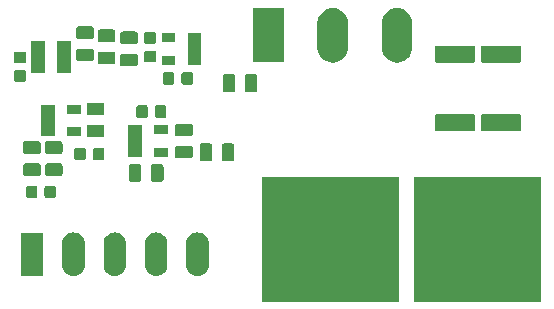
<source format=gts>
G04 #@! TF.GenerationSoftware,KiCad,Pcbnew,(5.1.2)-2*
G04 #@! TF.CreationDate,2021-03-22T02:30:38-04:00*
G04 #@! TF.ProjectId,Repowered_Electronic_Load_Module,5265706f-7765-4726-9564-5f456c656374,rev?*
G04 #@! TF.SameCoordinates,Original*
G04 #@! TF.FileFunction,Soldermask,Top*
G04 #@! TF.FilePolarity,Negative*
%FSLAX46Y46*%
G04 Gerber Fmt 4.6, Leading zero omitted, Abs format (unit mm)*
G04 Created by KiCad (PCBNEW (5.1.2)-2) date 2021-03-22 02:30:38*
%MOMM*%
%LPD*%
G04 APERTURE LIST*
%ADD10C,0.100000*%
G04 APERTURE END LIST*
D10*
G36*
X137500000Y-75000000D02*
G01*
X126825000Y-75000000D01*
X126825000Y-64500000D01*
X137500000Y-64500000D01*
X137500000Y-75000000D01*
G37*
X137500000Y-75000000D02*
X126825000Y-75000000D01*
X126825000Y-64500000D01*
X137500000Y-64500000D01*
X137500000Y-75000000D01*
G36*
X125475000Y-75000000D02*
G01*
X114000000Y-75000000D01*
X114000000Y-64500000D01*
X125475000Y-64500000D01*
X125475000Y-75000000D01*
G37*
X125475000Y-75000000D02*
X114000000Y-75000000D01*
X114000000Y-64500000D01*
X125475000Y-64500000D01*
X125475000Y-75000000D01*
G36*
X132998156Y-65922794D02*
G01*
X133719140Y-66066206D01*
X134510972Y-66394193D01*
X135223601Y-66870357D01*
X135829643Y-67476399D01*
X136305807Y-68189028D01*
X136633794Y-68980860D01*
X136760747Y-69619097D01*
X136793609Y-69784304D01*
X136801000Y-69821464D01*
X136801000Y-70678536D01*
X136633794Y-71519140D01*
X136305807Y-72310972D01*
X135829643Y-73023601D01*
X135223601Y-73629643D01*
X134510972Y-74105807D01*
X133719140Y-74433794D01*
X132998156Y-74577206D01*
X132878537Y-74601000D01*
X132021463Y-74601000D01*
X131901844Y-74577206D01*
X131180860Y-74433794D01*
X130389028Y-74105807D01*
X129676399Y-73629643D01*
X129070357Y-73023601D01*
X128594193Y-72310972D01*
X128266206Y-71519140D01*
X128099000Y-70678536D01*
X128099000Y-69821464D01*
X128106392Y-69784304D01*
X128139253Y-69619097D01*
X128266206Y-68980860D01*
X128594193Y-68189028D01*
X129070357Y-67476399D01*
X129676399Y-66870357D01*
X130389028Y-66394193D01*
X131180860Y-66066206D01*
X131901844Y-65922794D01*
X132021463Y-65899000D01*
X132878537Y-65899000D01*
X132998156Y-65922794D01*
X132998156Y-65922794D01*
G37*
G36*
X120298156Y-65922794D02*
G01*
X121019140Y-66066206D01*
X121810972Y-66394193D01*
X122523601Y-66870357D01*
X123129643Y-67476399D01*
X123605807Y-68189028D01*
X123933794Y-68980860D01*
X124060747Y-69619097D01*
X124093609Y-69784304D01*
X124101000Y-69821464D01*
X124101000Y-70678536D01*
X123933794Y-71519140D01*
X123605807Y-72310972D01*
X123129643Y-73023601D01*
X122523601Y-73629643D01*
X121810972Y-74105807D01*
X121019140Y-74433794D01*
X120298156Y-74577206D01*
X120178537Y-74601000D01*
X119321463Y-74601000D01*
X119201844Y-74577206D01*
X118480860Y-74433794D01*
X117689028Y-74105807D01*
X116976399Y-73629643D01*
X116370357Y-73023601D01*
X115894193Y-72310972D01*
X115566206Y-71519140D01*
X115399000Y-70678536D01*
X115399000Y-69821464D01*
X115406392Y-69784304D01*
X115439253Y-69619097D01*
X115566206Y-68980860D01*
X115894193Y-68189028D01*
X116370357Y-67476399D01*
X116976399Y-66870357D01*
X117689028Y-66394193D01*
X118480860Y-66066206D01*
X119201844Y-65922794D01*
X119321463Y-65899000D01*
X120178537Y-65899000D01*
X120298156Y-65922794D01*
X120298156Y-65922794D01*
G37*
G36*
X108686424Y-69212760D02*
G01*
X108686427Y-69212761D01*
X108686428Y-69212761D01*
X108865692Y-69267140D01*
X108865695Y-69267142D01*
X108865696Y-69267142D01*
X109030903Y-69355446D01*
X109175712Y-69474288D01*
X109294554Y-69619097D01*
X109363988Y-69749000D01*
X109382860Y-69784307D01*
X109437239Y-69963571D01*
X109437240Y-69963575D01*
X109451000Y-70103282D01*
X109451000Y-71996718D01*
X109437240Y-72136425D01*
X109437239Y-72136428D01*
X109437239Y-72136429D01*
X109382860Y-72315693D01*
X109382858Y-72315696D01*
X109382858Y-72315697D01*
X109294554Y-72480903D01*
X109175712Y-72625712D01*
X109030903Y-72744554D01*
X108883425Y-72823382D01*
X108865693Y-72832860D01*
X108686429Y-72887239D01*
X108686428Y-72887239D01*
X108686425Y-72887240D01*
X108500000Y-72905601D01*
X108313576Y-72887240D01*
X108313573Y-72887239D01*
X108313572Y-72887239D01*
X108134308Y-72832860D01*
X108116576Y-72823382D01*
X107969098Y-72744554D01*
X107824289Y-72625712D01*
X107705447Y-72480903D01*
X107617143Y-72315697D01*
X107617143Y-72315696D01*
X107617141Y-72315693D01*
X107562762Y-72136429D01*
X107562762Y-72136428D01*
X107562761Y-72136425D01*
X107549000Y-71996717D01*
X107549000Y-70103283D01*
X107562760Y-69963576D01*
X107562761Y-69963572D01*
X107617140Y-69784308D01*
X107617143Y-69784303D01*
X107705446Y-69619097D01*
X107824288Y-69474288D01*
X107969097Y-69355446D01*
X108134303Y-69267142D01*
X108134304Y-69267142D01*
X108134307Y-69267140D01*
X108313571Y-69212761D01*
X108313572Y-69212761D01*
X108313575Y-69212760D01*
X108500000Y-69194399D01*
X108686424Y-69212760D01*
X108686424Y-69212760D01*
G37*
G36*
X105186424Y-69212760D02*
G01*
X105186427Y-69212761D01*
X105186428Y-69212761D01*
X105365692Y-69267140D01*
X105365695Y-69267142D01*
X105365696Y-69267142D01*
X105530903Y-69355446D01*
X105675712Y-69474288D01*
X105794554Y-69619097D01*
X105863988Y-69749000D01*
X105882860Y-69784307D01*
X105937239Y-69963571D01*
X105937240Y-69963575D01*
X105951000Y-70103282D01*
X105951000Y-71996718D01*
X105937240Y-72136425D01*
X105937239Y-72136428D01*
X105937239Y-72136429D01*
X105882860Y-72315693D01*
X105882858Y-72315696D01*
X105882858Y-72315697D01*
X105794554Y-72480903D01*
X105675712Y-72625712D01*
X105530903Y-72744554D01*
X105383425Y-72823382D01*
X105365693Y-72832860D01*
X105186429Y-72887239D01*
X105186428Y-72887239D01*
X105186425Y-72887240D01*
X105000000Y-72905601D01*
X104813576Y-72887240D01*
X104813573Y-72887239D01*
X104813572Y-72887239D01*
X104634308Y-72832860D01*
X104616576Y-72823382D01*
X104469098Y-72744554D01*
X104324289Y-72625712D01*
X104205447Y-72480903D01*
X104117143Y-72315697D01*
X104117143Y-72315696D01*
X104117141Y-72315693D01*
X104062762Y-72136429D01*
X104062762Y-72136428D01*
X104062761Y-72136425D01*
X104049000Y-71996717D01*
X104049000Y-70103283D01*
X104062760Y-69963576D01*
X104062761Y-69963572D01*
X104117140Y-69784308D01*
X104117143Y-69784303D01*
X104205446Y-69619097D01*
X104324288Y-69474288D01*
X104469097Y-69355446D01*
X104634303Y-69267142D01*
X104634304Y-69267142D01*
X104634307Y-69267140D01*
X104813571Y-69212761D01*
X104813572Y-69212761D01*
X104813575Y-69212760D01*
X105000000Y-69194399D01*
X105186424Y-69212760D01*
X105186424Y-69212760D01*
G37*
G36*
X101686424Y-69212760D02*
G01*
X101686427Y-69212761D01*
X101686428Y-69212761D01*
X101865692Y-69267140D01*
X101865695Y-69267142D01*
X101865696Y-69267142D01*
X102030903Y-69355446D01*
X102175712Y-69474288D01*
X102294554Y-69619097D01*
X102363988Y-69749000D01*
X102382860Y-69784307D01*
X102437239Y-69963571D01*
X102437240Y-69963575D01*
X102451000Y-70103282D01*
X102451000Y-71996718D01*
X102437240Y-72136425D01*
X102437239Y-72136428D01*
X102437239Y-72136429D01*
X102382860Y-72315693D01*
X102382858Y-72315696D01*
X102382858Y-72315697D01*
X102294554Y-72480903D01*
X102175712Y-72625712D01*
X102030903Y-72744554D01*
X101883425Y-72823382D01*
X101865693Y-72832860D01*
X101686429Y-72887239D01*
X101686428Y-72887239D01*
X101686425Y-72887240D01*
X101500000Y-72905601D01*
X101313576Y-72887240D01*
X101313573Y-72887239D01*
X101313572Y-72887239D01*
X101134308Y-72832860D01*
X101116576Y-72823382D01*
X100969098Y-72744554D01*
X100824289Y-72625712D01*
X100705447Y-72480903D01*
X100617143Y-72315697D01*
X100617143Y-72315696D01*
X100617141Y-72315693D01*
X100562762Y-72136429D01*
X100562762Y-72136428D01*
X100562761Y-72136425D01*
X100549000Y-71996717D01*
X100549000Y-70103283D01*
X100562760Y-69963576D01*
X100562761Y-69963572D01*
X100617140Y-69784308D01*
X100617143Y-69784303D01*
X100705446Y-69619097D01*
X100824288Y-69474288D01*
X100969097Y-69355446D01*
X101134303Y-69267142D01*
X101134304Y-69267142D01*
X101134307Y-69267140D01*
X101313571Y-69212761D01*
X101313572Y-69212761D01*
X101313575Y-69212760D01*
X101500000Y-69194399D01*
X101686424Y-69212760D01*
X101686424Y-69212760D01*
G37*
G36*
X98186424Y-69212760D02*
G01*
X98186427Y-69212761D01*
X98186428Y-69212761D01*
X98365692Y-69267140D01*
X98365695Y-69267142D01*
X98365696Y-69267142D01*
X98530903Y-69355446D01*
X98675712Y-69474288D01*
X98794554Y-69619097D01*
X98863988Y-69749000D01*
X98882860Y-69784307D01*
X98937239Y-69963571D01*
X98937240Y-69963575D01*
X98951000Y-70103282D01*
X98951000Y-71996718D01*
X98937240Y-72136425D01*
X98937239Y-72136428D01*
X98937239Y-72136429D01*
X98882860Y-72315693D01*
X98882858Y-72315696D01*
X98882858Y-72315697D01*
X98794554Y-72480903D01*
X98675712Y-72625712D01*
X98530903Y-72744554D01*
X98383425Y-72823382D01*
X98365693Y-72832860D01*
X98186429Y-72887239D01*
X98186428Y-72887239D01*
X98186425Y-72887240D01*
X98000000Y-72905601D01*
X97813576Y-72887240D01*
X97813573Y-72887239D01*
X97813572Y-72887239D01*
X97634308Y-72832860D01*
X97616576Y-72823382D01*
X97469098Y-72744554D01*
X97324289Y-72625712D01*
X97205447Y-72480903D01*
X97117143Y-72315697D01*
X97117143Y-72315696D01*
X97117141Y-72315693D01*
X97062762Y-72136429D01*
X97062762Y-72136428D01*
X97062761Y-72136425D01*
X97049000Y-71996717D01*
X97049000Y-70103283D01*
X97062760Y-69963576D01*
X97062761Y-69963572D01*
X97117140Y-69784308D01*
X97117143Y-69784303D01*
X97205446Y-69619097D01*
X97324288Y-69474288D01*
X97469097Y-69355446D01*
X97634303Y-69267142D01*
X97634304Y-69267142D01*
X97634307Y-69267140D01*
X97813571Y-69212761D01*
X97813572Y-69212761D01*
X97813575Y-69212760D01*
X98000000Y-69194399D01*
X98186424Y-69212760D01*
X98186424Y-69212760D01*
G37*
G36*
X95310915Y-69202934D02*
G01*
X95343424Y-69212795D01*
X95373382Y-69228809D01*
X95399641Y-69250359D01*
X95421191Y-69276618D01*
X95437205Y-69306576D01*
X95447066Y-69339085D01*
X95451000Y-69379029D01*
X95451000Y-72720971D01*
X95447066Y-72760915D01*
X95437205Y-72793424D01*
X95421191Y-72823382D01*
X95399641Y-72849641D01*
X95373382Y-72871191D01*
X95343424Y-72887205D01*
X95310915Y-72897066D01*
X95270971Y-72901000D01*
X93729029Y-72901000D01*
X93689085Y-72897066D01*
X93656576Y-72887205D01*
X93626618Y-72871191D01*
X93600359Y-72849641D01*
X93578809Y-72823382D01*
X93562795Y-72793424D01*
X93552934Y-72760915D01*
X93549000Y-72720971D01*
X93549000Y-69379029D01*
X93552934Y-69339085D01*
X93562795Y-69306576D01*
X93578809Y-69276618D01*
X93600359Y-69250359D01*
X93626618Y-69228809D01*
X93656576Y-69212795D01*
X93689085Y-69202934D01*
X93729029Y-69199000D01*
X95270971Y-69199000D01*
X95310915Y-69202934D01*
X95310915Y-69202934D01*
G37*
G36*
X94804591Y-65228085D02*
G01*
X94838569Y-65238393D01*
X94869890Y-65255134D01*
X94897339Y-65277661D01*
X94919866Y-65305110D01*
X94936607Y-65336431D01*
X94946915Y-65370409D01*
X94951000Y-65411890D01*
X94951000Y-66088110D01*
X94946915Y-66129591D01*
X94936607Y-66163569D01*
X94919866Y-66194890D01*
X94897339Y-66222339D01*
X94869890Y-66244866D01*
X94838569Y-66261607D01*
X94804591Y-66271915D01*
X94763110Y-66276000D01*
X94161890Y-66276000D01*
X94120409Y-66271915D01*
X94086431Y-66261607D01*
X94055110Y-66244866D01*
X94027661Y-66222339D01*
X94005134Y-66194890D01*
X93988393Y-66163569D01*
X93978085Y-66129591D01*
X93974000Y-66088110D01*
X93974000Y-65411890D01*
X93978085Y-65370409D01*
X93988393Y-65336431D01*
X94005134Y-65305110D01*
X94027661Y-65277661D01*
X94055110Y-65255134D01*
X94086431Y-65238393D01*
X94120409Y-65228085D01*
X94161890Y-65224000D01*
X94763110Y-65224000D01*
X94804591Y-65228085D01*
X94804591Y-65228085D01*
G37*
G36*
X96379591Y-65228085D02*
G01*
X96413569Y-65238393D01*
X96444890Y-65255134D01*
X96472339Y-65277661D01*
X96494866Y-65305110D01*
X96511607Y-65336431D01*
X96521915Y-65370409D01*
X96526000Y-65411890D01*
X96526000Y-66088110D01*
X96521915Y-66129591D01*
X96511607Y-66163569D01*
X96494866Y-66194890D01*
X96472339Y-66222339D01*
X96444890Y-66244866D01*
X96413569Y-66261607D01*
X96379591Y-66271915D01*
X96338110Y-66276000D01*
X95736890Y-66276000D01*
X95695409Y-66271915D01*
X95661431Y-66261607D01*
X95630110Y-66244866D01*
X95602661Y-66222339D01*
X95580134Y-66194890D01*
X95563393Y-66163569D01*
X95553085Y-66129591D01*
X95549000Y-66088110D01*
X95549000Y-65411890D01*
X95553085Y-65370409D01*
X95563393Y-65336431D01*
X95580134Y-65305110D01*
X95602661Y-65277661D01*
X95630110Y-65255134D01*
X95661431Y-65238393D01*
X95695409Y-65228085D01*
X95736890Y-65224000D01*
X96338110Y-65224000D01*
X96379591Y-65228085D01*
X96379591Y-65228085D01*
G37*
G36*
X105459468Y-63403565D02*
G01*
X105498138Y-63415296D01*
X105533777Y-63434346D01*
X105565017Y-63459983D01*
X105590654Y-63491223D01*
X105609704Y-63526862D01*
X105621435Y-63565532D01*
X105626000Y-63611888D01*
X105626000Y-64688112D01*
X105621435Y-64734468D01*
X105609704Y-64773138D01*
X105590654Y-64808777D01*
X105565017Y-64840017D01*
X105533777Y-64865654D01*
X105498138Y-64884704D01*
X105459468Y-64896435D01*
X105413112Y-64901000D01*
X104761888Y-64901000D01*
X104715532Y-64896435D01*
X104676862Y-64884704D01*
X104641223Y-64865654D01*
X104609983Y-64840017D01*
X104584346Y-64808777D01*
X104565296Y-64773138D01*
X104553565Y-64734468D01*
X104549000Y-64688112D01*
X104549000Y-63611888D01*
X104553565Y-63565532D01*
X104565296Y-63526862D01*
X104584346Y-63491223D01*
X104609983Y-63459983D01*
X104641223Y-63434346D01*
X104676862Y-63415296D01*
X104715532Y-63403565D01*
X104761888Y-63399000D01*
X105413112Y-63399000D01*
X105459468Y-63403565D01*
X105459468Y-63403565D01*
G37*
G36*
X103584468Y-63403565D02*
G01*
X103623138Y-63415296D01*
X103658777Y-63434346D01*
X103690017Y-63459983D01*
X103715654Y-63491223D01*
X103734704Y-63526862D01*
X103746435Y-63565532D01*
X103751000Y-63611888D01*
X103751000Y-64688112D01*
X103746435Y-64734468D01*
X103734704Y-64773138D01*
X103715654Y-64808777D01*
X103690017Y-64840017D01*
X103658777Y-64865654D01*
X103623138Y-64884704D01*
X103584468Y-64896435D01*
X103538112Y-64901000D01*
X102886888Y-64901000D01*
X102840532Y-64896435D01*
X102801862Y-64884704D01*
X102766223Y-64865654D01*
X102734983Y-64840017D01*
X102709346Y-64808777D01*
X102690296Y-64773138D01*
X102678565Y-64734468D01*
X102674000Y-64688112D01*
X102674000Y-63611888D01*
X102678565Y-63565532D01*
X102690296Y-63526862D01*
X102709346Y-63491223D01*
X102734983Y-63459983D01*
X102766223Y-63434346D01*
X102801862Y-63415296D01*
X102840532Y-63403565D01*
X102886888Y-63399000D01*
X103538112Y-63399000D01*
X103584468Y-63403565D01*
X103584468Y-63403565D01*
G37*
G36*
X96909468Y-63353565D02*
G01*
X96948138Y-63365296D01*
X96983777Y-63384346D01*
X97015017Y-63409983D01*
X97040654Y-63441223D01*
X97059704Y-63476862D01*
X97071435Y-63515532D01*
X97076000Y-63561888D01*
X97076000Y-64213112D01*
X97071435Y-64259468D01*
X97059704Y-64298138D01*
X97040654Y-64333777D01*
X97015017Y-64365017D01*
X96983777Y-64390654D01*
X96948138Y-64409704D01*
X96909468Y-64421435D01*
X96863112Y-64426000D01*
X95786888Y-64426000D01*
X95740532Y-64421435D01*
X95701862Y-64409704D01*
X95666223Y-64390654D01*
X95634983Y-64365017D01*
X95609346Y-64333777D01*
X95590296Y-64298138D01*
X95578565Y-64259468D01*
X95574000Y-64213112D01*
X95574000Y-63561888D01*
X95578565Y-63515532D01*
X95590296Y-63476862D01*
X95609346Y-63441223D01*
X95634983Y-63409983D01*
X95666223Y-63384346D01*
X95701862Y-63365296D01*
X95740532Y-63353565D01*
X95786888Y-63349000D01*
X96863112Y-63349000D01*
X96909468Y-63353565D01*
X96909468Y-63353565D01*
G37*
G36*
X95059468Y-63353565D02*
G01*
X95098138Y-63365296D01*
X95133777Y-63384346D01*
X95165017Y-63409983D01*
X95190654Y-63441223D01*
X95209704Y-63476862D01*
X95221435Y-63515532D01*
X95226000Y-63561888D01*
X95226000Y-64213112D01*
X95221435Y-64259468D01*
X95209704Y-64298138D01*
X95190654Y-64333777D01*
X95165017Y-64365017D01*
X95133777Y-64390654D01*
X95098138Y-64409704D01*
X95059468Y-64421435D01*
X95013112Y-64426000D01*
X93936888Y-64426000D01*
X93890532Y-64421435D01*
X93851862Y-64409704D01*
X93816223Y-64390654D01*
X93784983Y-64365017D01*
X93759346Y-64333777D01*
X93740296Y-64298138D01*
X93728565Y-64259468D01*
X93724000Y-64213112D01*
X93724000Y-63561888D01*
X93728565Y-63515532D01*
X93740296Y-63476862D01*
X93759346Y-63441223D01*
X93784983Y-63409983D01*
X93816223Y-63384346D01*
X93851862Y-63365296D01*
X93890532Y-63353565D01*
X93936888Y-63349000D01*
X95013112Y-63349000D01*
X95059468Y-63353565D01*
X95059468Y-63353565D01*
G37*
G36*
X109584468Y-61653565D02*
G01*
X109623138Y-61665296D01*
X109658777Y-61684346D01*
X109690017Y-61709983D01*
X109715654Y-61741223D01*
X109734704Y-61776862D01*
X109746435Y-61815532D01*
X109751000Y-61861888D01*
X109751000Y-62938112D01*
X109746435Y-62984468D01*
X109734704Y-63023138D01*
X109715654Y-63058777D01*
X109690017Y-63090017D01*
X109658777Y-63115654D01*
X109623138Y-63134704D01*
X109584468Y-63146435D01*
X109538112Y-63151000D01*
X108886888Y-63151000D01*
X108840532Y-63146435D01*
X108801862Y-63134704D01*
X108766223Y-63115654D01*
X108734983Y-63090017D01*
X108709346Y-63058777D01*
X108690296Y-63023138D01*
X108678565Y-62984468D01*
X108674000Y-62938112D01*
X108674000Y-61861888D01*
X108678565Y-61815532D01*
X108690296Y-61776862D01*
X108709346Y-61741223D01*
X108734983Y-61709983D01*
X108766223Y-61684346D01*
X108801862Y-61665296D01*
X108840532Y-61653565D01*
X108886888Y-61649000D01*
X109538112Y-61649000D01*
X109584468Y-61653565D01*
X109584468Y-61653565D01*
G37*
G36*
X111459468Y-61653565D02*
G01*
X111498138Y-61665296D01*
X111533777Y-61684346D01*
X111565017Y-61709983D01*
X111590654Y-61741223D01*
X111609704Y-61776862D01*
X111621435Y-61815532D01*
X111626000Y-61861888D01*
X111626000Y-62938112D01*
X111621435Y-62984468D01*
X111609704Y-63023138D01*
X111590654Y-63058777D01*
X111565017Y-63090017D01*
X111533777Y-63115654D01*
X111498138Y-63134704D01*
X111459468Y-63146435D01*
X111413112Y-63151000D01*
X110761888Y-63151000D01*
X110715532Y-63146435D01*
X110676862Y-63134704D01*
X110641223Y-63115654D01*
X110609983Y-63090017D01*
X110584346Y-63058777D01*
X110565296Y-63023138D01*
X110553565Y-62984468D01*
X110549000Y-62938112D01*
X110549000Y-61861888D01*
X110553565Y-61815532D01*
X110565296Y-61776862D01*
X110584346Y-61741223D01*
X110609983Y-61709983D01*
X110641223Y-61684346D01*
X110676862Y-61665296D01*
X110715532Y-61653565D01*
X110761888Y-61649000D01*
X111413112Y-61649000D01*
X111459468Y-61653565D01*
X111459468Y-61653565D01*
G37*
G36*
X98904591Y-62028085D02*
G01*
X98938569Y-62038393D01*
X98969890Y-62055134D01*
X98997339Y-62077661D01*
X99019866Y-62105110D01*
X99036607Y-62136431D01*
X99046915Y-62170409D01*
X99051000Y-62211890D01*
X99051000Y-62888110D01*
X99046915Y-62929591D01*
X99036607Y-62963569D01*
X99019866Y-62994890D01*
X98997339Y-63022339D01*
X98969890Y-63044866D01*
X98938569Y-63061607D01*
X98904591Y-63071915D01*
X98863110Y-63076000D01*
X98261890Y-63076000D01*
X98220409Y-63071915D01*
X98186431Y-63061607D01*
X98155110Y-63044866D01*
X98127661Y-63022339D01*
X98105134Y-62994890D01*
X98088393Y-62963569D01*
X98078085Y-62929591D01*
X98074000Y-62888110D01*
X98074000Y-62211890D01*
X98078085Y-62170409D01*
X98088393Y-62136431D01*
X98105134Y-62105110D01*
X98127661Y-62077661D01*
X98155110Y-62055134D01*
X98186431Y-62038393D01*
X98220409Y-62028085D01*
X98261890Y-62024000D01*
X98863110Y-62024000D01*
X98904591Y-62028085D01*
X98904591Y-62028085D01*
G37*
G36*
X100479591Y-62028085D02*
G01*
X100513569Y-62038393D01*
X100544890Y-62055134D01*
X100572339Y-62077661D01*
X100594866Y-62105110D01*
X100611607Y-62136431D01*
X100621915Y-62170409D01*
X100626000Y-62211890D01*
X100626000Y-62888110D01*
X100621915Y-62929591D01*
X100611607Y-62963569D01*
X100594866Y-62994890D01*
X100572339Y-63022339D01*
X100544890Y-63044866D01*
X100513569Y-63061607D01*
X100479591Y-63071915D01*
X100438110Y-63076000D01*
X99836890Y-63076000D01*
X99795409Y-63071915D01*
X99761431Y-63061607D01*
X99730110Y-63044866D01*
X99702661Y-63022339D01*
X99680134Y-62994890D01*
X99663393Y-62963569D01*
X99653085Y-62929591D01*
X99649000Y-62888110D01*
X99649000Y-62211890D01*
X99653085Y-62170409D01*
X99663393Y-62136431D01*
X99680134Y-62105110D01*
X99702661Y-62077661D01*
X99730110Y-62055134D01*
X99761431Y-62038393D01*
X99795409Y-62028085D01*
X99836890Y-62024000D01*
X100438110Y-62024000D01*
X100479591Y-62028085D01*
X100479591Y-62028085D01*
G37*
G36*
X107934468Y-61853565D02*
G01*
X107973138Y-61865296D01*
X108008777Y-61884346D01*
X108040017Y-61909983D01*
X108065654Y-61941223D01*
X108084704Y-61976862D01*
X108096435Y-62015532D01*
X108101000Y-62061888D01*
X108101000Y-62713112D01*
X108096435Y-62759468D01*
X108084704Y-62798138D01*
X108065654Y-62833777D01*
X108040017Y-62865017D01*
X108008777Y-62890654D01*
X107973138Y-62909704D01*
X107934468Y-62921435D01*
X107888112Y-62926000D01*
X106811888Y-62926000D01*
X106765532Y-62921435D01*
X106726862Y-62909704D01*
X106691223Y-62890654D01*
X106659983Y-62865017D01*
X106634346Y-62833777D01*
X106615296Y-62798138D01*
X106603565Y-62759468D01*
X106599000Y-62713112D01*
X106599000Y-62061888D01*
X106603565Y-62015532D01*
X106615296Y-61976862D01*
X106634346Y-61941223D01*
X106659983Y-61909983D01*
X106691223Y-61884346D01*
X106726862Y-61865296D01*
X106765532Y-61853565D01*
X106811888Y-61849000D01*
X107888112Y-61849000D01*
X107934468Y-61853565D01*
X107934468Y-61853565D01*
G37*
G36*
X105981000Y-62776000D02*
G01*
X104819000Y-62776000D01*
X104819000Y-62024000D01*
X105981000Y-62024000D01*
X105981000Y-62776000D01*
X105981000Y-62776000D01*
G37*
G36*
X103781000Y-62776000D02*
G01*
X102619000Y-62776000D01*
X102619000Y-60124000D01*
X103781000Y-60124000D01*
X103781000Y-62776000D01*
X103781000Y-62776000D01*
G37*
G36*
X95059468Y-61478565D02*
G01*
X95098138Y-61490296D01*
X95133777Y-61509346D01*
X95165017Y-61534983D01*
X95190654Y-61566223D01*
X95209704Y-61601862D01*
X95221435Y-61640532D01*
X95226000Y-61686888D01*
X95226000Y-62338112D01*
X95221435Y-62384468D01*
X95209704Y-62423138D01*
X95190654Y-62458777D01*
X95165017Y-62490017D01*
X95133777Y-62515654D01*
X95098138Y-62534704D01*
X95059468Y-62546435D01*
X95013112Y-62551000D01*
X93936888Y-62551000D01*
X93890532Y-62546435D01*
X93851862Y-62534704D01*
X93816223Y-62515654D01*
X93784983Y-62490017D01*
X93759346Y-62458777D01*
X93740296Y-62423138D01*
X93728565Y-62384468D01*
X93724000Y-62338112D01*
X93724000Y-61686888D01*
X93728565Y-61640532D01*
X93740296Y-61601862D01*
X93759346Y-61566223D01*
X93784983Y-61534983D01*
X93816223Y-61509346D01*
X93851862Y-61490296D01*
X93890532Y-61478565D01*
X93936888Y-61474000D01*
X95013112Y-61474000D01*
X95059468Y-61478565D01*
X95059468Y-61478565D01*
G37*
G36*
X96909468Y-61478565D02*
G01*
X96948138Y-61490296D01*
X96983777Y-61509346D01*
X97015017Y-61534983D01*
X97040654Y-61566223D01*
X97059704Y-61601862D01*
X97071435Y-61640532D01*
X97076000Y-61686888D01*
X97076000Y-62338112D01*
X97071435Y-62384468D01*
X97059704Y-62423138D01*
X97040654Y-62458777D01*
X97015017Y-62490017D01*
X96983777Y-62515654D01*
X96948138Y-62534704D01*
X96909468Y-62546435D01*
X96863112Y-62551000D01*
X95786888Y-62551000D01*
X95740532Y-62546435D01*
X95701862Y-62534704D01*
X95666223Y-62515654D01*
X95634983Y-62490017D01*
X95609346Y-62458777D01*
X95590296Y-62423138D01*
X95578565Y-62384468D01*
X95574000Y-62338112D01*
X95574000Y-61686888D01*
X95578565Y-61640532D01*
X95590296Y-61601862D01*
X95609346Y-61566223D01*
X95634983Y-61534983D01*
X95666223Y-61509346D01*
X95701862Y-61490296D01*
X95740532Y-61478565D01*
X95786888Y-61474000D01*
X96863112Y-61474000D01*
X96909468Y-61478565D01*
X96909468Y-61478565D01*
G37*
G36*
X100459468Y-60078565D02*
G01*
X100498138Y-60090296D01*
X100533777Y-60109346D01*
X100565017Y-60134983D01*
X100590654Y-60166223D01*
X100609704Y-60201862D01*
X100621435Y-60240532D01*
X100626000Y-60286888D01*
X100626000Y-60938112D01*
X100621435Y-60984468D01*
X100609704Y-61023138D01*
X100590654Y-61058777D01*
X100565017Y-61090017D01*
X100533777Y-61115654D01*
X100498138Y-61134704D01*
X100459468Y-61146435D01*
X100413112Y-61151000D01*
X99336888Y-61151000D01*
X99290532Y-61146435D01*
X99251862Y-61134704D01*
X99216223Y-61115654D01*
X99184983Y-61090017D01*
X99159346Y-61058777D01*
X99140296Y-61023138D01*
X99128565Y-60984468D01*
X99124000Y-60938112D01*
X99124000Y-60286888D01*
X99128565Y-60240532D01*
X99140296Y-60201862D01*
X99159346Y-60166223D01*
X99184983Y-60134983D01*
X99216223Y-60109346D01*
X99251862Y-60090296D01*
X99290532Y-60078565D01*
X99336888Y-60074000D01*
X100413112Y-60074000D01*
X100459468Y-60078565D01*
X100459468Y-60078565D01*
G37*
G36*
X107934468Y-59978565D02*
G01*
X107973138Y-59990296D01*
X108008777Y-60009346D01*
X108040017Y-60034983D01*
X108065654Y-60066223D01*
X108084704Y-60101862D01*
X108096435Y-60140532D01*
X108101000Y-60186888D01*
X108101000Y-60838112D01*
X108096435Y-60884468D01*
X108084704Y-60923138D01*
X108065654Y-60958777D01*
X108040017Y-60990017D01*
X108008777Y-61015654D01*
X107973138Y-61034704D01*
X107934468Y-61046435D01*
X107888112Y-61051000D01*
X106811888Y-61051000D01*
X106765532Y-61046435D01*
X106726862Y-61034704D01*
X106691223Y-61015654D01*
X106659983Y-60990017D01*
X106634346Y-60958777D01*
X106615296Y-60923138D01*
X106603565Y-60884468D01*
X106599000Y-60838112D01*
X106599000Y-60186888D01*
X106603565Y-60140532D01*
X106615296Y-60101862D01*
X106634346Y-60066223D01*
X106659983Y-60034983D01*
X106691223Y-60009346D01*
X106726862Y-59990296D01*
X106765532Y-59978565D01*
X106811888Y-59974000D01*
X107888112Y-59974000D01*
X107934468Y-59978565D01*
X107934468Y-59978565D01*
G37*
G36*
X96456000Y-61026000D02*
G01*
X95294000Y-61026000D01*
X95294000Y-58374000D01*
X96456000Y-58374000D01*
X96456000Y-61026000D01*
X96456000Y-61026000D01*
G37*
G36*
X98656000Y-61026000D02*
G01*
X97494000Y-61026000D01*
X97494000Y-60274000D01*
X98656000Y-60274000D01*
X98656000Y-61026000D01*
X98656000Y-61026000D01*
G37*
G36*
X105981000Y-60876000D02*
G01*
X104819000Y-60876000D01*
X104819000Y-60124000D01*
X105981000Y-60124000D01*
X105981000Y-60876000D01*
X105981000Y-60876000D01*
G37*
G36*
X131872798Y-59178247D02*
G01*
X131908367Y-59189037D01*
X131941139Y-59206554D01*
X131969869Y-59230131D01*
X131993446Y-59258861D01*
X132010963Y-59291633D01*
X132021753Y-59327202D01*
X132026000Y-59370325D01*
X132026000Y-60429675D01*
X132021753Y-60472798D01*
X132010963Y-60508367D01*
X131993446Y-60541139D01*
X131969869Y-60569869D01*
X131941139Y-60593446D01*
X131908367Y-60610963D01*
X131872798Y-60621753D01*
X131829675Y-60626000D01*
X128770325Y-60626000D01*
X128727202Y-60621753D01*
X128691633Y-60610963D01*
X128658861Y-60593446D01*
X128630131Y-60569869D01*
X128606554Y-60541139D01*
X128589037Y-60508367D01*
X128578247Y-60472798D01*
X128574000Y-60429675D01*
X128574000Y-59370325D01*
X128578247Y-59327202D01*
X128589037Y-59291633D01*
X128606554Y-59258861D01*
X128630131Y-59230131D01*
X128658861Y-59206554D01*
X128691633Y-59189037D01*
X128727202Y-59178247D01*
X128770325Y-59174000D01*
X131829675Y-59174000D01*
X131872798Y-59178247D01*
X131872798Y-59178247D01*
G37*
G36*
X135772798Y-59178247D02*
G01*
X135808367Y-59189037D01*
X135841139Y-59206554D01*
X135869869Y-59230131D01*
X135893446Y-59258861D01*
X135910963Y-59291633D01*
X135921753Y-59327202D01*
X135926000Y-59370325D01*
X135926000Y-60429675D01*
X135921753Y-60472798D01*
X135910963Y-60508367D01*
X135893446Y-60541139D01*
X135869869Y-60569869D01*
X135841139Y-60593446D01*
X135808367Y-60610963D01*
X135772798Y-60621753D01*
X135729675Y-60626000D01*
X132670325Y-60626000D01*
X132627202Y-60621753D01*
X132591633Y-60610963D01*
X132558861Y-60593446D01*
X132530131Y-60569869D01*
X132506554Y-60541139D01*
X132489037Y-60508367D01*
X132478247Y-60472798D01*
X132474000Y-60429675D01*
X132474000Y-59370325D01*
X132478247Y-59327202D01*
X132489037Y-59291633D01*
X132506554Y-59258861D01*
X132530131Y-59230131D01*
X132558861Y-59206554D01*
X132591633Y-59189037D01*
X132627202Y-59178247D01*
X132670325Y-59174000D01*
X135729675Y-59174000D01*
X135772798Y-59178247D01*
X135772798Y-59178247D01*
G37*
G36*
X104154591Y-58428085D02*
G01*
X104188569Y-58438393D01*
X104219890Y-58455134D01*
X104247339Y-58477661D01*
X104269866Y-58505110D01*
X104286607Y-58536431D01*
X104296915Y-58570409D01*
X104301000Y-58611890D01*
X104301000Y-59288110D01*
X104296915Y-59329591D01*
X104286607Y-59363569D01*
X104269866Y-59394890D01*
X104247339Y-59422339D01*
X104219890Y-59444866D01*
X104188569Y-59461607D01*
X104154591Y-59471915D01*
X104113110Y-59476000D01*
X103511890Y-59476000D01*
X103470409Y-59471915D01*
X103436431Y-59461607D01*
X103405110Y-59444866D01*
X103377661Y-59422339D01*
X103355134Y-59394890D01*
X103338393Y-59363569D01*
X103328085Y-59329591D01*
X103324000Y-59288110D01*
X103324000Y-58611890D01*
X103328085Y-58570409D01*
X103338393Y-58536431D01*
X103355134Y-58505110D01*
X103377661Y-58477661D01*
X103405110Y-58455134D01*
X103436431Y-58438393D01*
X103470409Y-58428085D01*
X103511890Y-58424000D01*
X104113110Y-58424000D01*
X104154591Y-58428085D01*
X104154591Y-58428085D01*
G37*
G36*
X105729591Y-58428085D02*
G01*
X105763569Y-58438393D01*
X105794890Y-58455134D01*
X105822339Y-58477661D01*
X105844866Y-58505110D01*
X105861607Y-58536431D01*
X105871915Y-58570409D01*
X105876000Y-58611890D01*
X105876000Y-59288110D01*
X105871915Y-59329591D01*
X105861607Y-59363569D01*
X105844866Y-59394890D01*
X105822339Y-59422339D01*
X105794890Y-59444866D01*
X105763569Y-59461607D01*
X105729591Y-59471915D01*
X105688110Y-59476000D01*
X105086890Y-59476000D01*
X105045409Y-59471915D01*
X105011431Y-59461607D01*
X104980110Y-59444866D01*
X104952661Y-59422339D01*
X104930134Y-59394890D01*
X104913393Y-59363569D01*
X104903085Y-59329591D01*
X104899000Y-59288110D01*
X104899000Y-58611890D01*
X104903085Y-58570409D01*
X104913393Y-58536431D01*
X104930134Y-58505110D01*
X104952661Y-58477661D01*
X104980110Y-58455134D01*
X105011431Y-58438393D01*
X105045409Y-58428085D01*
X105086890Y-58424000D01*
X105688110Y-58424000D01*
X105729591Y-58428085D01*
X105729591Y-58428085D01*
G37*
G36*
X100459468Y-58203565D02*
G01*
X100498138Y-58215296D01*
X100533777Y-58234346D01*
X100565017Y-58259983D01*
X100590654Y-58291223D01*
X100609704Y-58326862D01*
X100621435Y-58365532D01*
X100626000Y-58411888D01*
X100626000Y-59063112D01*
X100621435Y-59109468D01*
X100609704Y-59148138D01*
X100590654Y-59183777D01*
X100565017Y-59215017D01*
X100533777Y-59240654D01*
X100498138Y-59259704D01*
X100459468Y-59271435D01*
X100413112Y-59276000D01*
X99336888Y-59276000D01*
X99290532Y-59271435D01*
X99251862Y-59259704D01*
X99216223Y-59240654D01*
X99184983Y-59215017D01*
X99159346Y-59183777D01*
X99140296Y-59148138D01*
X99128565Y-59109468D01*
X99124000Y-59063112D01*
X99124000Y-58411888D01*
X99128565Y-58365532D01*
X99140296Y-58326862D01*
X99159346Y-58291223D01*
X99184983Y-58259983D01*
X99216223Y-58234346D01*
X99251862Y-58215296D01*
X99290532Y-58203565D01*
X99336888Y-58199000D01*
X100413112Y-58199000D01*
X100459468Y-58203565D01*
X100459468Y-58203565D01*
G37*
G36*
X98656000Y-59126000D02*
G01*
X97494000Y-59126000D01*
X97494000Y-58374000D01*
X98656000Y-58374000D01*
X98656000Y-59126000D01*
X98656000Y-59126000D01*
G37*
G36*
X111534468Y-55803565D02*
G01*
X111573138Y-55815296D01*
X111608777Y-55834346D01*
X111640017Y-55859983D01*
X111665654Y-55891223D01*
X111684704Y-55926862D01*
X111696435Y-55965532D01*
X111701000Y-56011888D01*
X111701000Y-57088112D01*
X111696435Y-57134468D01*
X111684704Y-57173138D01*
X111665654Y-57208777D01*
X111640017Y-57240017D01*
X111608777Y-57265654D01*
X111573138Y-57284704D01*
X111534468Y-57296435D01*
X111488112Y-57301000D01*
X110836888Y-57301000D01*
X110790532Y-57296435D01*
X110751862Y-57284704D01*
X110716223Y-57265654D01*
X110684983Y-57240017D01*
X110659346Y-57208777D01*
X110640296Y-57173138D01*
X110628565Y-57134468D01*
X110624000Y-57088112D01*
X110624000Y-56011888D01*
X110628565Y-55965532D01*
X110640296Y-55926862D01*
X110659346Y-55891223D01*
X110684983Y-55859983D01*
X110716223Y-55834346D01*
X110751862Y-55815296D01*
X110790532Y-55803565D01*
X110836888Y-55799000D01*
X111488112Y-55799000D01*
X111534468Y-55803565D01*
X111534468Y-55803565D01*
G37*
G36*
X113409468Y-55803565D02*
G01*
X113448138Y-55815296D01*
X113483777Y-55834346D01*
X113515017Y-55859983D01*
X113540654Y-55891223D01*
X113559704Y-55926862D01*
X113571435Y-55965532D01*
X113576000Y-56011888D01*
X113576000Y-57088112D01*
X113571435Y-57134468D01*
X113559704Y-57173138D01*
X113540654Y-57208777D01*
X113515017Y-57240017D01*
X113483777Y-57265654D01*
X113448138Y-57284704D01*
X113409468Y-57296435D01*
X113363112Y-57301000D01*
X112711888Y-57301000D01*
X112665532Y-57296435D01*
X112626862Y-57284704D01*
X112591223Y-57265654D01*
X112559983Y-57240017D01*
X112534346Y-57208777D01*
X112515296Y-57173138D01*
X112503565Y-57134468D01*
X112499000Y-57088112D01*
X112499000Y-56011888D01*
X112503565Y-55965532D01*
X112515296Y-55926862D01*
X112534346Y-55891223D01*
X112559983Y-55859983D01*
X112591223Y-55834346D01*
X112626862Y-55815296D01*
X112665532Y-55803565D01*
X112711888Y-55799000D01*
X113363112Y-55799000D01*
X113409468Y-55803565D01*
X113409468Y-55803565D01*
G37*
G36*
X107979591Y-55628085D02*
G01*
X108013569Y-55638393D01*
X108044890Y-55655134D01*
X108072339Y-55677661D01*
X108094866Y-55705110D01*
X108111607Y-55736431D01*
X108121915Y-55770409D01*
X108126000Y-55811890D01*
X108126000Y-56488110D01*
X108121915Y-56529591D01*
X108111607Y-56563569D01*
X108094866Y-56594890D01*
X108072339Y-56622339D01*
X108044890Y-56644866D01*
X108013569Y-56661607D01*
X107979591Y-56671915D01*
X107938110Y-56676000D01*
X107336890Y-56676000D01*
X107295409Y-56671915D01*
X107261431Y-56661607D01*
X107230110Y-56644866D01*
X107202661Y-56622339D01*
X107180134Y-56594890D01*
X107163393Y-56563569D01*
X107153085Y-56529591D01*
X107149000Y-56488110D01*
X107149000Y-55811890D01*
X107153085Y-55770409D01*
X107163393Y-55736431D01*
X107180134Y-55705110D01*
X107202661Y-55677661D01*
X107230110Y-55655134D01*
X107261431Y-55638393D01*
X107295409Y-55628085D01*
X107336890Y-55624000D01*
X107938110Y-55624000D01*
X107979591Y-55628085D01*
X107979591Y-55628085D01*
G37*
G36*
X106404591Y-55628085D02*
G01*
X106438569Y-55638393D01*
X106469890Y-55655134D01*
X106497339Y-55677661D01*
X106519866Y-55705110D01*
X106536607Y-55736431D01*
X106546915Y-55770409D01*
X106551000Y-55811890D01*
X106551000Y-56488110D01*
X106546915Y-56529591D01*
X106536607Y-56563569D01*
X106519866Y-56594890D01*
X106497339Y-56622339D01*
X106469890Y-56644866D01*
X106438569Y-56661607D01*
X106404591Y-56671915D01*
X106363110Y-56676000D01*
X105761890Y-56676000D01*
X105720409Y-56671915D01*
X105686431Y-56661607D01*
X105655110Y-56644866D01*
X105627661Y-56622339D01*
X105605134Y-56594890D01*
X105588393Y-56563569D01*
X105578085Y-56529591D01*
X105574000Y-56488110D01*
X105574000Y-55811890D01*
X105578085Y-55770409D01*
X105588393Y-55736431D01*
X105605134Y-55705110D01*
X105627661Y-55677661D01*
X105655110Y-55655134D01*
X105686431Y-55638393D01*
X105720409Y-55628085D01*
X105761890Y-55624000D01*
X106363110Y-55624000D01*
X106404591Y-55628085D01*
X106404591Y-55628085D01*
G37*
G36*
X93854591Y-55453085D02*
G01*
X93888569Y-55463393D01*
X93919890Y-55480134D01*
X93947339Y-55502661D01*
X93969866Y-55530110D01*
X93986607Y-55561431D01*
X93996915Y-55595409D01*
X94001000Y-55636890D01*
X94001000Y-56238110D01*
X93996915Y-56279591D01*
X93986607Y-56313569D01*
X93969866Y-56344890D01*
X93947339Y-56372339D01*
X93919890Y-56394866D01*
X93888569Y-56411607D01*
X93854591Y-56421915D01*
X93813110Y-56426000D01*
X93136890Y-56426000D01*
X93095409Y-56421915D01*
X93061431Y-56411607D01*
X93030110Y-56394866D01*
X93002661Y-56372339D01*
X92980134Y-56344890D01*
X92963393Y-56313569D01*
X92953085Y-56279591D01*
X92949000Y-56238110D01*
X92949000Y-55636890D01*
X92953085Y-55595409D01*
X92963393Y-55561431D01*
X92980134Y-55530110D01*
X93002661Y-55502661D01*
X93030110Y-55480134D01*
X93061431Y-55463393D01*
X93095409Y-55453085D01*
X93136890Y-55449000D01*
X93813110Y-55449000D01*
X93854591Y-55453085D01*
X93854591Y-55453085D01*
G37*
G36*
X97806000Y-55676000D02*
G01*
X96644000Y-55676000D01*
X96644000Y-53024000D01*
X97806000Y-53024000D01*
X97806000Y-55676000D01*
X97806000Y-55676000D01*
G37*
G36*
X95606000Y-55676000D02*
G01*
X94444000Y-55676000D01*
X94444000Y-53024000D01*
X95606000Y-53024000D01*
X95606000Y-55676000D01*
X95606000Y-55676000D01*
G37*
G36*
X103284468Y-54053565D02*
G01*
X103323138Y-54065296D01*
X103358777Y-54084346D01*
X103390017Y-54109983D01*
X103415654Y-54141223D01*
X103434704Y-54176862D01*
X103446435Y-54215532D01*
X103451000Y-54261888D01*
X103451000Y-54913112D01*
X103446435Y-54959468D01*
X103434704Y-54998138D01*
X103415654Y-55033777D01*
X103390017Y-55065017D01*
X103358777Y-55090654D01*
X103323138Y-55109704D01*
X103284468Y-55121435D01*
X103238112Y-55126000D01*
X102161888Y-55126000D01*
X102115532Y-55121435D01*
X102076862Y-55109704D01*
X102041223Y-55090654D01*
X102009983Y-55065017D01*
X101984346Y-55033777D01*
X101965296Y-54998138D01*
X101953565Y-54959468D01*
X101949000Y-54913112D01*
X101949000Y-54261888D01*
X101953565Y-54215532D01*
X101965296Y-54176862D01*
X101984346Y-54141223D01*
X102009983Y-54109983D01*
X102041223Y-54084346D01*
X102076862Y-54065296D01*
X102115532Y-54053565D01*
X102161888Y-54049000D01*
X103238112Y-54049000D01*
X103284468Y-54053565D01*
X103284468Y-54053565D01*
G37*
G36*
X106631000Y-54976000D02*
G01*
X105469000Y-54976000D01*
X105469000Y-54224000D01*
X106631000Y-54224000D01*
X106631000Y-54976000D01*
X106631000Y-54976000D01*
G37*
G36*
X108831000Y-54976000D02*
G01*
X107669000Y-54976000D01*
X107669000Y-52324000D01*
X108831000Y-52324000D01*
X108831000Y-54976000D01*
X108831000Y-54976000D01*
G37*
G36*
X101384468Y-53878565D02*
G01*
X101423138Y-53890296D01*
X101458777Y-53909346D01*
X101490017Y-53934983D01*
X101515654Y-53966223D01*
X101534704Y-54001862D01*
X101546435Y-54040532D01*
X101551000Y-54086888D01*
X101551000Y-54738112D01*
X101546435Y-54784468D01*
X101534704Y-54823138D01*
X101515654Y-54858777D01*
X101490017Y-54890017D01*
X101458777Y-54915654D01*
X101423138Y-54934704D01*
X101384468Y-54946435D01*
X101338112Y-54951000D01*
X100261888Y-54951000D01*
X100215532Y-54946435D01*
X100176862Y-54934704D01*
X100141223Y-54915654D01*
X100109983Y-54890017D01*
X100084346Y-54858777D01*
X100065296Y-54823138D01*
X100053565Y-54784468D01*
X100049000Y-54738112D01*
X100049000Y-54086888D01*
X100053565Y-54040532D01*
X100065296Y-54001862D01*
X100084346Y-53966223D01*
X100109983Y-53934983D01*
X100141223Y-53909346D01*
X100176862Y-53890296D01*
X100215532Y-53878565D01*
X100261888Y-53874000D01*
X101338112Y-53874000D01*
X101384468Y-53878565D01*
X101384468Y-53878565D01*
G37*
G36*
X93854591Y-53878085D02*
G01*
X93888569Y-53888393D01*
X93919890Y-53905134D01*
X93947339Y-53927661D01*
X93969866Y-53955110D01*
X93986607Y-53986431D01*
X93996915Y-54020409D01*
X94001000Y-54061890D01*
X94001000Y-54663110D01*
X93996915Y-54704591D01*
X93986607Y-54738569D01*
X93969866Y-54769890D01*
X93947339Y-54797339D01*
X93919890Y-54819866D01*
X93888569Y-54836607D01*
X93854591Y-54846915D01*
X93813110Y-54851000D01*
X93136890Y-54851000D01*
X93095409Y-54846915D01*
X93061431Y-54836607D01*
X93030110Y-54819866D01*
X93002661Y-54797339D01*
X92980134Y-54769890D01*
X92963393Y-54738569D01*
X92953085Y-54704591D01*
X92949000Y-54663110D01*
X92949000Y-54061890D01*
X92953085Y-54020409D01*
X92963393Y-53986431D01*
X92980134Y-53955110D01*
X93002661Y-53927661D01*
X93030110Y-53905134D01*
X93061431Y-53888393D01*
X93095409Y-53878085D01*
X93136890Y-53874000D01*
X93813110Y-53874000D01*
X93854591Y-53878085D01*
X93854591Y-53878085D01*
G37*
G36*
X131872798Y-53378247D02*
G01*
X131908367Y-53389037D01*
X131941139Y-53406554D01*
X131969869Y-53430131D01*
X131993446Y-53458861D01*
X132010963Y-53491633D01*
X132021753Y-53527202D01*
X132026000Y-53570325D01*
X132026000Y-54629675D01*
X132021753Y-54672798D01*
X132010963Y-54708367D01*
X131993446Y-54741139D01*
X131969869Y-54769869D01*
X131941139Y-54793446D01*
X131908367Y-54810963D01*
X131872798Y-54821753D01*
X131829675Y-54826000D01*
X128770325Y-54826000D01*
X128727202Y-54821753D01*
X128691633Y-54810963D01*
X128658861Y-54793446D01*
X128630131Y-54769869D01*
X128606554Y-54741139D01*
X128589037Y-54708367D01*
X128578247Y-54672798D01*
X128574000Y-54629675D01*
X128574000Y-53570325D01*
X128578247Y-53527202D01*
X128589037Y-53491633D01*
X128606554Y-53458861D01*
X128630131Y-53430131D01*
X128658861Y-53406554D01*
X128691633Y-53389037D01*
X128727202Y-53378247D01*
X128770325Y-53374000D01*
X131829675Y-53374000D01*
X131872798Y-53378247D01*
X131872798Y-53378247D01*
G37*
G36*
X135772798Y-53378247D02*
G01*
X135808367Y-53389037D01*
X135841139Y-53406554D01*
X135869869Y-53430131D01*
X135893446Y-53458861D01*
X135910963Y-53491633D01*
X135921753Y-53527202D01*
X135926000Y-53570325D01*
X135926000Y-54629675D01*
X135921753Y-54672798D01*
X135910963Y-54708367D01*
X135893446Y-54741139D01*
X135869869Y-54769869D01*
X135841139Y-54793446D01*
X135808367Y-54810963D01*
X135772798Y-54821753D01*
X135729675Y-54826000D01*
X132670325Y-54826000D01*
X132627202Y-54821753D01*
X132591633Y-54810963D01*
X132558861Y-54793446D01*
X132530131Y-54769869D01*
X132506554Y-54741139D01*
X132489037Y-54708367D01*
X132478247Y-54672798D01*
X132474000Y-54629675D01*
X132474000Y-53570325D01*
X132478247Y-53527202D01*
X132489037Y-53491633D01*
X132506554Y-53458861D01*
X132530131Y-53430131D01*
X132558861Y-53406554D01*
X132591633Y-53389037D01*
X132627202Y-53378247D01*
X132670325Y-53374000D01*
X135729675Y-53374000D01*
X135772798Y-53378247D01*
X135772798Y-53378247D01*
G37*
G36*
X125655039Y-50217825D02*
G01*
X125900279Y-50292218D01*
X126126293Y-50413025D01*
X126324396Y-50575604D01*
X126486976Y-50773707D01*
X126607781Y-50999718D01*
X126682175Y-51244961D01*
X126701000Y-51436094D01*
X126701000Y-53563906D01*
X126695081Y-53624000D01*
X126682175Y-53755040D01*
X126611844Y-53986890D01*
X126607781Y-54000282D01*
X126594034Y-54026000D01*
X126486975Y-54226294D01*
X126454617Y-54265722D01*
X126324397Y-54424397D01*
X126190274Y-54534468D01*
X126126294Y-54586975D01*
X126085505Y-54608777D01*
X125948983Y-54681750D01*
X125900280Y-54707782D01*
X125655040Y-54782175D01*
X125400000Y-54807294D01*
X125144961Y-54782175D01*
X124899721Y-54707782D01*
X124851019Y-54681750D01*
X124714496Y-54608777D01*
X124673707Y-54586975D01*
X124609727Y-54534468D01*
X124475604Y-54424397D01*
X124345384Y-54265722D01*
X124313026Y-54226294D01*
X124205967Y-54026000D01*
X124192220Y-54000282D01*
X124188158Y-53986890D01*
X124117826Y-53755040D01*
X124104920Y-53624000D01*
X124099001Y-53563906D01*
X124099000Y-51436095D01*
X124117825Y-51244962D01*
X124117825Y-51244961D01*
X124192218Y-50999721D01*
X124313025Y-50773707D01*
X124475604Y-50575604D01*
X124673706Y-50413025D01*
X124673705Y-50413025D01*
X124673707Y-50413024D01*
X124899718Y-50292219D01*
X124899720Y-50292218D01*
X125144960Y-50217825D01*
X125400000Y-50192706D01*
X125655039Y-50217825D01*
X125655039Y-50217825D01*
G37*
G36*
X120205039Y-50217825D02*
G01*
X120450279Y-50292218D01*
X120676293Y-50413025D01*
X120874396Y-50575604D01*
X121036976Y-50773707D01*
X121157781Y-50999718D01*
X121232175Y-51244961D01*
X121251000Y-51436094D01*
X121251000Y-53563906D01*
X121245081Y-53624000D01*
X121232175Y-53755040D01*
X121161844Y-53986890D01*
X121157781Y-54000282D01*
X121144034Y-54026000D01*
X121036975Y-54226294D01*
X121004617Y-54265722D01*
X120874397Y-54424397D01*
X120740274Y-54534468D01*
X120676294Y-54586975D01*
X120635505Y-54608777D01*
X120498983Y-54681750D01*
X120450280Y-54707782D01*
X120205040Y-54782175D01*
X119950000Y-54807294D01*
X119694961Y-54782175D01*
X119449721Y-54707782D01*
X119401019Y-54681750D01*
X119264496Y-54608777D01*
X119223707Y-54586975D01*
X119159727Y-54534468D01*
X119025604Y-54424397D01*
X118895384Y-54265722D01*
X118863026Y-54226294D01*
X118755967Y-54026000D01*
X118742220Y-54000282D01*
X118738158Y-53986890D01*
X118667826Y-53755040D01*
X118654920Y-53624000D01*
X118649001Y-53563906D01*
X118649000Y-51436095D01*
X118667825Y-51244962D01*
X118667825Y-51244961D01*
X118742218Y-50999721D01*
X118863025Y-50773707D01*
X119025604Y-50575604D01*
X119223706Y-50413025D01*
X119223705Y-50413025D01*
X119223707Y-50413024D01*
X119449718Y-50292219D01*
X119449720Y-50292218D01*
X119694960Y-50217825D01*
X119950000Y-50192706D01*
X120205039Y-50217825D01*
X120205039Y-50217825D01*
G37*
G36*
X115801000Y-54801000D02*
G01*
X113199000Y-54801000D01*
X113199000Y-50199000D01*
X115801000Y-50199000D01*
X115801000Y-54801000D01*
X115801000Y-54801000D01*
G37*
G36*
X104879591Y-53803085D02*
G01*
X104913569Y-53813393D01*
X104944890Y-53830134D01*
X104972339Y-53852661D01*
X104994866Y-53880110D01*
X105011607Y-53911431D01*
X105021915Y-53945409D01*
X105026000Y-53986890D01*
X105026000Y-54588110D01*
X105021915Y-54629591D01*
X105011607Y-54663569D01*
X104994866Y-54694890D01*
X104972339Y-54722339D01*
X104944890Y-54744866D01*
X104913569Y-54761607D01*
X104879591Y-54771915D01*
X104838110Y-54776000D01*
X104161890Y-54776000D01*
X104120409Y-54771915D01*
X104086431Y-54761607D01*
X104055110Y-54744866D01*
X104027661Y-54722339D01*
X104005134Y-54694890D01*
X103988393Y-54663569D01*
X103978085Y-54629591D01*
X103974000Y-54588110D01*
X103974000Y-53986890D01*
X103978085Y-53945409D01*
X103988393Y-53911431D01*
X104005134Y-53880110D01*
X104027661Y-53852661D01*
X104055110Y-53830134D01*
X104086431Y-53813393D01*
X104120409Y-53803085D01*
X104161890Y-53799000D01*
X104838110Y-53799000D01*
X104879591Y-53803085D01*
X104879591Y-53803085D01*
G37*
G36*
X99559468Y-53628565D02*
G01*
X99598138Y-53640296D01*
X99633777Y-53659346D01*
X99665017Y-53684983D01*
X99690654Y-53716223D01*
X99709704Y-53751862D01*
X99721435Y-53790532D01*
X99726000Y-53836888D01*
X99726000Y-54488112D01*
X99721435Y-54534468D01*
X99709704Y-54573138D01*
X99690654Y-54608777D01*
X99665017Y-54640017D01*
X99633777Y-54665654D01*
X99598138Y-54684704D01*
X99559468Y-54696435D01*
X99513112Y-54701000D01*
X98436888Y-54701000D01*
X98390532Y-54696435D01*
X98351862Y-54684704D01*
X98316223Y-54665654D01*
X98284983Y-54640017D01*
X98259346Y-54608777D01*
X98240296Y-54573138D01*
X98228565Y-54534468D01*
X98224000Y-54488112D01*
X98224000Y-53836888D01*
X98228565Y-53790532D01*
X98240296Y-53751862D01*
X98259346Y-53716223D01*
X98284983Y-53684983D01*
X98316223Y-53659346D01*
X98351862Y-53640296D01*
X98390532Y-53628565D01*
X98436888Y-53624000D01*
X99513112Y-53624000D01*
X99559468Y-53628565D01*
X99559468Y-53628565D01*
G37*
G36*
X103284468Y-52178565D02*
G01*
X103323138Y-52190296D01*
X103358777Y-52209346D01*
X103390017Y-52234983D01*
X103415654Y-52266223D01*
X103434704Y-52301862D01*
X103446435Y-52340532D01*
X103451000Y-52386888D01*
X103451000Y-53038112D01*
X103446435Y-53084468D01*
X103434704Y-53123138D01*
X103415654Y-53158777D01*
X103390017Y-53190017D01*
X103358777Y-53215654D01*
X103323138Y-53234704D01*
X103284468Y-53246435D01*
X103238112Y-53251000D01*
X102161888Y-53251000D01*
X102115532Y-53246435D01*
X102076862Y-53234704D01*
X102041223Y-53215654D01*
X102009983Y-53190017D01*
X101984346Y-53158777D01*
X101965296Y-53123138D01*
X101953565Y-53084468D01*
X101949000Y-53038112D01*
X101949000Y-52386888D01*
X101953565Y-52340532D01*
X101965296Y-52301862D01*
X101984346Y-52266223D01*
X102009983Y-52234983D01*
X102041223Y-52209346D01*
X102076862Y-52190296D01*
X102115532Y-52178565D01*
X102161888Y-52174000D01*
X103238112Y-52174000D01*
X103284468Y-52178565D01*
X103284468Y-52178565D01*
G37*
G36*
X104879591Y-52228085D02*
G01*
X104913569Y-52238393D01*
X104944890Y-52255134D01*
X104972339Y-52277661D01*
X104994866Y-52305110D01*
X105011607Y-52336431D01*
X105021915Y-52370409D01*
X105026000Y-52411890D01*
X105026000Y-53013110D01*
X105021915Y-53054591D01*
X105011607Y-53088569D01*
X104994866Y-53119890D01*
X104972339Y-53147339D01*
X104944890Y-53169866D01*
X104913569Y-53186607D01*
X104879591Y-53196915D01*
X104838110Y-53201000D01*
X104161890Y-53201000D01*
X104120409Y-53196915D01*
X104086431Y-53186607D01*
X104055110Y-53169866D01*
X104027661Y-53147339D01*
X104005134Y-53119890D01*
X103988393Y-53088569D01*
X103978085Y-53054591D01*
X103974000Y-53013110D01*
X103974000Y-52411890D01*
X103978085Y-52370409D01*
X103988393Y-52336431D01*
X104005134Y-52305110D01*
X104027661Y-52277661D01*
X104055110Y-52255134D01*
X104086431Y-52238393D01*
X104120409Y-52228085D01*
X104161890Y-52224000D01*
X104838110Y-52224000D01*
X104879591Y-52228085D01*
X104879591Y-52228085D01*
G37*
G36*
X106631000Y-53076000D02*
G01*
X105469000Y-53076000D01*
X105469000Y-52324000D01*
X106631000Y-52324000D01*
X106631000Y-53076000D01*
X106631000Y-53076000D01*
G37*
G36*
X101384468Y-52003565D02*
G01*
X101423138Y-52015296D01*
X101458777Y-52034346D01*
X101490017Y-52059983D01*
X101515654Y-52091223D01*
X101534704Y-52126862D01*
X101546435Y-52165532D01*
X101551000Y-52211888D01*
X101551000Y-52863112D01*
X101546435Y-52909468D01*
X101534704Y-52948138D01*
X101515654Y-52983777D01*
X101490017Y-53015017D01*
X101458777Y-53040654D01*
X101423138Y-53059704D01*
X101384468Y-53071435D01*
X101338112Y-53076000D01*
X100261888Y-53076000D01*
X100215532Y-53071435D01*
X100176862Y-53059704D01*
X100141223Y-53040654D01*
X100109983Y-53015017D01*
X100084346Y-52983777D01*
X100065296Y-52948138D01*
X100053565Y-52909468D01*
X100049000Y-52863112D01*
X100049000Y-52211888D01*
X100053565Y-52165532D01*
X100065296Y-52126862D01*
X100084346Y-52091223D01*
X100109983Y-52059983D01*
X100141223Y-52034346D01*
X100176862Y-52015296D01*
X100215532Y-52003565D01*
X100261888Y-51999000D01*
X101338112Y-51999000D01*
X101384468Y-52003565D01*
X101384468Y-52003565D01*
G37*
G36*
X99559468Y-51753565D02*
G01*
X99598138Y-51765296D01*
X99633777Y-51784346D01*
X99665017Y-51809983D01*
X99690654Y-51841223D01*
X99709704Y-51876862D01*
X99721435Y-51915532D01*
X99726000Y-51961888D01*
X99726000Y-52613112D01*
X99721435Y-52659468D01*
X99709704Y-52698138D01*
X99690654Y-52733777D01*
X99665017Y-52765017D01*
X99633777Y-52790654D01*
X99598138Y-52809704D01*
X99559468Y-52821435D01*
X99513112Y-52826000D01*
X98436888Y-52826000D01*
X98390532Y-52821435D01*
X98351862Y-52809704D01*
X98316223Y-52790654D01*
X98284983Y-52765017D01*
X98259346Y-52733777D01*
X98240296Y-52698138D01*
X98228565Y-52659468D01*
X98224000Y-52613112D01*
X98224000Y-51961888D01*
X98228565Y-51915532D01*
X98240296Y-51876862D01*
X98259346Y-51841223D01*
X98284983Y-51809983D01*
X98316223Y-51784346D01*
X98351862Y-51765296D01*
X98390532Y-51753565D01*
X98436888Y-51749000D01*
X99513112Y-51749000D01*
X99559468Y-51753565D01*
X99559468Y-51753565D01*
G37*
M02*

</source>
